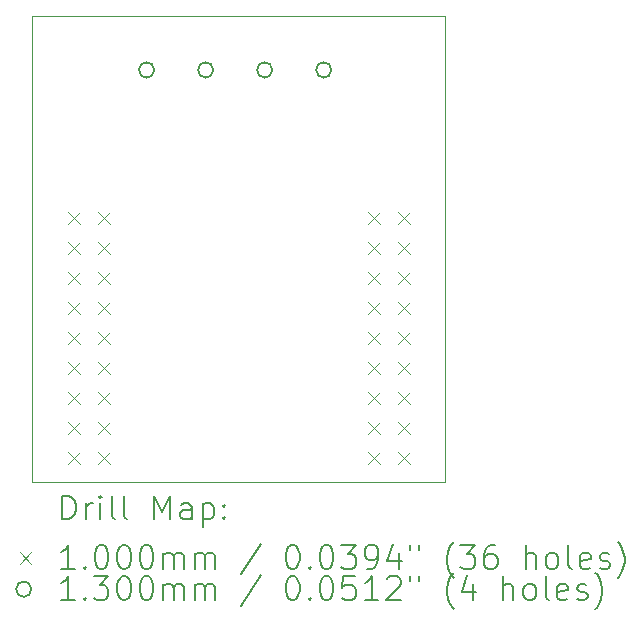
<source format=gbr>
%TF.GenerationSoftware,KiCad,Pcbnew,8.0.5*%
%TF.CreationDate,2024-09-09T20:15:40+02:00*%
%TF.ProjectId,QuinLED-ESP32-Lux,5175696e-4c45-4442-9d45-535033322d4c,rev?*%
%TF.SameCoordinates,Original*%
%TF.FileFunction,Drillmap*%
%TF.FilePolarity,Positive*%
%FSLAX45Y45*%
G04 Gerber Fmt 4.5, Leading zero omitted, Abs format (unit mm)*
G04 Created by KiCad (PCBNEW 8.0.5) date 2024-09-09 20:15:40*
%MOMM*%
%LPD*%
G01*
G04 APERTURE LIST*
%ADD10C,0.100000*%
%ADD11C,0.200000*%
%ADD12C,0.130000*%
G04 APERTURE END LIST*
D10*
X12446000Y-6150076D02*
X15946000Y-6150076D01*
X15946000Y-10096000D01*
X12446000Y-10096000D01*
X12446000Y-6150076D01*
D11*
D10*
X12754079Y-7814053D02*
X12854079Y-7914053D01*
X12854079Y-7814053D02*
X12754079Y-7914053D01*
X12754079Y-8068053D02*
X12854079Y-8168053D01*
X12854079Y-8068053D02*
X12754079Y-8168053D01*
X12754079Y-8322053D02*
X12854079Y-8422053D01*
X12854079Y-8322053D02*
X12754079Y-8422053D01*
X12754079Y-8576053D02*
X12854079Y-8676053D01*
X12854079Y-8576053D02*
X12754079Y-8676053D01*
X12754079Y-8830053D02*
X12854079Y-8930053D01*
X12854079Y-8830053D02*
X12754079Y-8930053D01*
X12754079Y-9084053D02*
X12854079Y-9184053D01*
X12854079Y-9084053D02*
X12754079Y-9184053D01*
X12754079Y-9338053D02*
X12854079Y-9438053D01*
X12854079Y-9338053D02*
X12754079Y-9438053D01*
X12754079Y-9592053D02*
X12854079Y-9692053D01*
X12854079Y-9592053D02*
X12754079Y-9692053D01*
X12754079Y-9846053D02*
X12854079Y-9946053D01*
X12854079Y-9846053D02*
X12754079Y-9946053D01*
X13008079Y-7814053D02*
X13108079Y-7914053D01*
X13108079Y-7814053D02*
X13008079Y-7914053D01*
X13008079Y-8068053D02*
X13108079Y-8168053D01*
X13108079Y-8068053D02*
X13008079Y-8168053D01*
X13008079Y-8322053D02*
X13108079Y-8422053D01*
X13108079Y-8322053D02*
X13008079Y-8422053D01*
X13008079Y-8576053D02*
X13108079Y-8676053D01*
X13108079Y-8576053D02*
X13008079Y-8676053D01*
X13008079Y-8830053D02*
X13108079Y-8930053D01*
X13108079Y-8830053D02*
X13008079Y-8930053D01*
X13008079Y-9084053D02*
X13108079Y-9184053D01*
X13108079Y-9084053D02*
X13008079Y-9184053D01*
X13008079Y-9338053D02*
X13108079Y-9438053D01*
X13108079Y-9338053D02*
X13008079Y-9438053D01*
X13008079Y-9592053D02*
X13108079Y-9692053D01*
X13108079Y-9592053D02*
X13008079Y-9692053D01*
X13008079Y-9846053D02*
X13108079Y-9946053D01*
X13108079Y-9846053D02*
X13008079Y-9946053D01*
X15294079Y-7814053D02*
X15394079Y-7914053D01*
X15394079Y-7814053D02*
X15294079Y-7914053D01*
X15294079Y-8068053D02*
X15394079Y-8168053D01*
X15394079Y-8068053D02*
X15294079Y-8168053D01*
X15294079Y-8322053D02*
X15394079Y-8422053D01*
X15394079Y-8322053D02*
X15294079Y-8422053D01*
X15294079Y-8576053D02*
X15394079Y-8676053D01*
X15394079Y-8576053D02*
X15294079Y-8676053D01*
X15294079Y-8830053D02*
X15394079Y-8930053D01*
X15394079Y-8830053D02*
X15294079Y-8930053D01*
X15294079Y-9084053D02*
X15394079Y-9184053D01*
X15394079Y-9084053D02*
X15294079Y-9184053D01*
X15294079Y-9338053D02*
X15394079Y-9438053D01*
X15394079Y-9338053D02*
X15294079Y-9438053D01*
X15294079Y-9592053D02*
X15394079Y-9692053D01*
X15394079Y-9592053D02*
X15294079Y-9692053D01*
X15294079Y-9846053D02*
X15394079Y-9946053D01*
X15394079Y-9846053D02*
X15294079Y-9946053D01*
X15548079Y-7814053D02*
X15648079Y-7914053D01*
X15648079Y-7814053D02*
X15548079Y-7914053D01*
X15548079Y-8068053D02*
X15648079Y-8168053D01*
X15648079Y-8068053D02*
X15548079Y-8168053D01*
X15548079Y-8322053D02*
X15648079Y-8422053D01*
X15648079Y-8322053D02*
X15548079Y-8422053D01*
X15548079Y-8576053D02*
X15648079Y-8676053D01*
X15648079Y-8576053D02*
X15548079Y-8676053D01*
X15548079Y-8830053D02*
X15648079Y-8930053D01*
X15648079Y-8830053D02*
X15548079Y-8930053D01*
X15548079Y-9084053D02*
X15648079Y-9184053D01*
X15648079Y-9084053D02*
X15548079Y-9184053D01*
X15548079Y-9338053D02*
X15648079Y-9438053D01*
X15648079Y-9338053D02*
X15548079Y-9438053D01*
X15548079Y-9592053D02*
X15648079Y-9692053D01*
X15648079Y-9592053D02*
X15548079Y-9692053D01*
X15548079Y-9846053D02*
X15648079Y-9946053D01*
X15648079Y-9846053D02*
X15548079Y-9946053D01*
D12*
X13481101Y-6609142D02*
G75*
G02*
X13351101Y-6609142I-65000J0D01*
G01*
X13351101Y-6609142D02*
G75*
G02*
X13481101Y-6609142I65000J0D01*
G01*
X13981101Y-6609142D02*
G75*
G02*
X13851101Y-6609142I-65000J0D01*
G01*
X13851101Y-6609142D02*
G75*
G02*
X13981101Y-6609142I65000J0D01*
G01*
X14481101Y-6609142D02*
G75*
G02*
X14351101Y-6609142I-65000J0D01*
G01*
X14351101Y-6609142D02*
G75*
G02*
X14481101Y-6609142I65000J0D01*
G01*
X14981101Y-6609142D02*
G75*
G02*
X14851101Y-6609142I-65000J0D01*
G01*
X14851101Y-6609142D02*
G75*
G02*
X14981101Y-6609142I65000J0D01*
G01*
D11*
X12701777Y-10412484D02*
X12701777Y-10212484D01*
X12701777Y-10212484D02*
X12749396Y-10212484D01*
X12749396Y-10212484D02*
X12777967Y-10222008D01*
X12777967Y-10222008D02*
X12797015Y-10241055D01*
X12797015Y-10241055D02*
X12806539Y-10260103D01*
X12806539Y-10260103D02*
X12816062Y-10298198D01*
X12816062Y-10298198D02*
X12816062Y-10326770D01*
X12816062Y-10326770D02*
X12806539Y-10364865D01*
X12806539Y-10364865D02*
X12797015Y-10383912D01*
X12797015Y-10383912D02*
X12777967Y-10402960D01*
X12777967Y-10402960D02*
X12749396Y-10412484D01*
X12749396Y-10412484D02*
X12701777Y-10412484D01*
X12901777Y-10412484D02*
X12901777Y-10279150D01*
X12901777Y-10317246D02*
X12911301Y-10298198D01*
X12911301Y-10298198D02*
X12920824Y-10288674D01*
X12920824Y-10288674D02*
X12939872Y-10279150D01*
X12939872Y-10279150D02*
X12958920Y-10279150D01*
X13025586Y-10412484D02*
X13025586Y-10279150D01*
X13025586Y-10212484D02*
X13016062Y-10222008D01*
X13016062Y-10222008D02*
X13025586Y-10231531D01*
X13025586Y-10231531D02*
X13035110Y-10222008D01*
X13035110Y-10222008D02*
X13025586Y-10212484D01*
X13025586Y-10212484D02*
X13025586Y-10231531D01*
X13149396Y-10412484D02*
X13130348Y-10402960D01*
X13130348Y-10402960D02*
X13120824Y-10383912D01*
X13120824Y-10383912D02*
X13120824Y-10212484D01*
X13254158Y-10412484D02*
X13235110Y-10402960D01*
X13235110Y-10402960D02*
X13225586Y-10383912D01*
X13225586Y-10383912D02*
X13225586Y-10212484D01*
X13482729Y-10412484D02*
X13482729Y-10212484D01*
X13482729Y-10212484D02*
X13549396Y-10355341D01*
X13549396Y-10355341D02*
X13616062Y-10212484D01*
X13616062Y-10212484D02*
X13616062Y-10412484D01*
X13797015Y-10412484D02*
X13797015Y-10307722D01*
X13797015Y-10307722D02*
X13787491Y-10288674D01*
X13787491Y-10288674D02*
X13768443Y-10279150D01*
X13768443Y-10279150D02*
X13730348Y-10279150D01*
X13730348Y-10279150D02*
X13711301Y-10288674D01*
X13797015Y-10402960D02*
X13777967Y-10412484D01*
X13777967Y-10412484D02*
X13730348Y-10412484D01*
X13730348Y-10412484D02*
X13711301Y-10402960D01*
X13711301Y-10402960D02*
X13701777Y-10383912D01*
X13701777Y-10383912D02*
X13701777Y-10364865D01*
X13701777Y-10364865D02*
X13711301Y-10345817D01*
X13711301Y-10345817D02*
X13730348Y-10336293D01*
X13730348Y-10336293D02*
X13777967Y-10336293D01*
X13777967Y-10336293D02*
X13797015Y-10326770D01*
X13892253Y-10279150D02*
X13892253Y-10479150D01*
X13892253Y-10288674D02*
X13911301Y-10279150D01*
X13911301Y-10279150D02*
X13949396Y-10279150D01*
X13949396Y-10279150D02*
X13968443Y-10288674D01*
X13968443Y-10288674D02*
X13977967Y-10298198D01*
X13977967Y-10298198D02*
X13987491Y-10317246D01*
X13987491Y-10317246D02*
X13987491Y-10374389D01*
X13987491Y-10374389D02*
X13977967Y-10393436D01*
X13977967Y-10393436D02*
X13968443Y-10402960D01*
X13968443Y-10402960D02*
X13949396Y-10412484D01*
X13949396Y-10412484D02*
X13911301Y-10412484D01*
X13911301Y-10412484D02*
X13892253Y-10402960D01*
X14073205Y-10393436D02*
X14082729Y-10402960D01*
X14082729Y-10402960D02*
X14073205Y-10412484D01*
X14073205Y-10412484D02*
X14063682Y-10402960D01*
X14063682Y-10402960D02*
X14073205Y-10393436D01*
X14073205Y-10393436D02*
X14073205Y-10412484D01*
X14073205Y-10288674D02*
X14082729Y-10298198D01*
X14082729Y-10298198D02*
X14073205Y-10307722D01*
X14073205Y-10307722D02*
X14063682Y-10298198D01*
X14063682Y-10298198D02*
X14073205Y-10288674D01*
X14073205Y-10288674D02*
X14073205Y-10307722D01*
D10*
X12341000Y-10691000D02*
X12441000Y-10791000D01*
X12441000Y-10691000D02*
X12341000Y-10791000D01*
D11*
X12806539Y-10832484D02*
X12692253Y-10832484D01*
X12749396Y-10832484D02*
X12749396Y-10632484D01*
X12749396Y-10632484D02*
X12730348Y-10661055D01*
X12730348Y-10661055D02*
X12711301Y-10680103D01*
X12711301Y-10680103D02*
X12692253Y-10689627D01*
X12892253Y-10813436D02*
X12901777Y-10822960D01*
X12901777Y-10822960D02*
X12892253Y-10832484D01*
X12892253Y-10832484D02*
X12882729Y-10822960D01*
X12882729Y-10822960D02*
X12892253Y-10813436D01*
X12892253Y-10813436D02*
X12892253Y-10832484D01*
X13025586Y-10632484D02*
X13044634Y-10632484D01*
X13044634Y-10632484D02*
X13063682Y-10642008D01*
X13063682Y-10642008D02*
X13073205Y-10651531D01*
X13073205Y-10651531D02*
X13082729Y-10670579D01*
X13082729Y-10670579D02*
X13092253Y-10708674D01*
X13092253Y-10708674D02*
X13092253Y-10756293D01*
X13092253Y-10756293D02*
X13082729Y-10794389D01*
X13082729Y-10794389D02*
X13073205Y-10813436D01*
X13073205Y-10813436D02*
X13063682Y-10822960D01*
X13063682Y-10822960D02*
X13044634Y-10832484D01*
X13044634Y-10832484D02*
X13025586Y-10832484D01*
X13025586Y-10832484D02*
X13006539Y-10822960D01*
X13006539Y-10822960D02*
X12997015Y-10813436D01*
X12997015Y-10813436D02*
X12987491Y-10794389D01*
X12987491Y-10794389D02*
X12977967Y-10756293D01*
X12977967Y-10756293D02*
X12977967Y-10708674D01*
X12977967Y-10708674D02*
X12987491Y-10670579D01*
X12987491Y-10670579D02*
X12997015Y-10651531D01*
X12997015Y-10651531D02*
X13006539Y-10642008D01*
X13006539Y-10642008D02*
X13025586Y-10632484D01*
X13216062Y-10632484D02*
X13235110Y-10632484D01*
X13235110Y-10632484D02*
X13254158Y-10642008D01*
X13254158Y-10642008D02*
X13263682Y-10651531D01*
X13263682Y-10651531D02*
X13273205Y-10670579D01*
X13273205Y-10670579D02*
X13282729Y-10708674D01*
X13282729Y-10708674D02*
X13282729Y-10756293D01*
X13282729Y-10756293D02*
X13273205Y-10794389D01*
X13273205Y-10794389D02*
X13263682Y-10813436D01*
X13263682Y-10813436D02*
X13254158Y-10822960D01*
X13254158Y-10822960D02*
X13235110Y-10832484D01*
X13235110Y-10832484D02*
X13216062Y-10832484D01*
X13216062Y-10832484D02*
X13197015Y-10822960D01*
X13197015Y-10822960D02*
X13187491Y-10813436D01*
X13187491Y-10813436D02*
X13177967Y-10794389D01*
X13177967Y-10794389D02*
X13168443Y-10756293D01*
X13168443Y-10756293D02*
X13168443Y-10708674D01*
X13168443Y-10708674D02*
X13177967Y-10670579D01*
X13177967Y-10670579D02*
X13187491Y-10651531D01*
X13187491Y-10651531D02*
X13197015Y-10642008D01*
X13197015Y-10642008D02*
X13216062Y-10632484D01*
X13406539Y-10632484D02*
X13425586Y-10632484D01*
X13425586Y-10632484D02*
X13444634Y-10642008D01*
X13444634Y-10642008D02*
X13454158Y-10651531D01*
X13454158Y-10651531D02*
X13463682Y-10670579D01*
X13463682Y-10670579D02*
X13473205Y-10708674D01*
X13473205Y-10708674D02*
X13473205Y-10756293D01*
X13473205Y-10756293D02*
X13463682Y-10794389D01*
X13463682Y-10794389D02*
X13454158Y-10813436D01*
X13454158Y-10813436D02*
X13444634Y-10822960D01*
X13444634Y-10822960D02*
X13425586Y-10832484D01*
X13425586Y-10832484D02*
X13406539Y-10832484D01*
X13406539Y-10832484D02*
X13387491Y-10822960D01*
X13387491Y-10822960D02*
X13377967Y-10813436D01*
X13377967Y-10813436D02*
X13368443Y-10794389D01*
X13368443Y-10794389D02*
X13358920Y-10756293D01*
X13358920Y-10756293D02*
X13358920Y-10708674D01*
X13358920Y-10708674D02*
X13368443Y-10670579D01*
X13368443Y-10670579D02*
X13377967Y-10651531D01*
X13377967Y-10651531D02*
X13387491Y-10642008D01*
X13387491Y-10642008D02*
X13406539Y-10632484D01*
X13558920Y-10832484D02*
X13558920Y-10699150D01*
X13558920Y-10718198D02*
X13568443Y-10708674D01*
X13568443Y-10708674D02*
X13587491Y-10699150D01*
X13587491Y-10699150D02*
X13616063Y-10699150D01*
X13616063Y-10699150D02*
X13635110Y-10708674D01*
X13635110Y-10708674D02*
X13644634Y-10727722D01*
X13644634Y-10727722D02*
X13644634Y-10832484D01*
X13644634Y-10727722D02*
X13654158Y-10708674D01*
X13654158Y-10708674D02*
X13673205Y-10699150D01*
X13673205Y-10699150D02*
X13701777Y-10699150D01*
X13701777Y-10699150D02*
X13720824Y-10708674D01*
X13720824Y-10708674D02*
X13730348Y-10727722D01*
X13730348Y-10727722D02*
X13730348Y-10832484D01*
X13825586Y-10832484D02*
X13825586Y-10699150D01*
X13825586Y-10718198D02*
X13835110Y-10708674D01*
X13835110Y-10708674D02*
X13854158Y-10699150D01*
X13854158Y-10699150D02*
X13882729Y-10699150D01*
X13882729Y-10699150D02*
X13901777Y-10708674D01*
X13901777Y-10708674D02*
X13911301Y-10727722D01*
X13911301Y-10727722D02*
X13911301Y-10832484D01*
X13911301Y-10727722D02*
X13920824Y-10708674D01*
X13920824Y-10708674D02*
X13939872Y-10699150D01*
X13939872Y-10699150D02*
X13968443Y-10699150D01*
X13968443Y-10699150D02*
X13987491Y-10708674D01*
X13987491Y-10708674D02*
X13997015Y-10727722D01*
X13997015Y-10727722D02*
X13997015Y-10832484D01*
X14387491Y-10622960D02*
X14216063Y-10880103D01*
X14644634Y-10632484D02*
X14663682Y-10632484D01*
X14663682Y-10632484D02*
X14682729Y-10642008D01*
X14682729Y-10642008D02*
X14692253Y-10651531D01*
X14692253Y-10651531D02*
X14701777Y-10670579D01*
X14701777Y-10670579D02*
X14711301Y-10708674D01*
X14711301Y-10708674D02*
X14711301Y-10756293D01*
X14711301Y-10756293D02*
X14701777Y-10794389D01*
X14701777Y-10794389D02*
X14692253Y-10813436D01*
X14692253Y-10813436D02*
X14682729Y-10822960D01*
X14682729Y-10822960D02*
X14663682Y-10832484D01*
X14663682Y-10832484D02*
X14644634Y-10832484D01*
X14644634Y-10832484D02*
X14625586Y-10822960D01*
X14625586Y-10822960D02*
X14616063Y-10813436D01*
X14616063Y-10813436D02*
X14606539Y-10794389D01*
X14606539Y-10794389D02*
X14597015Y-10756293D01*
X14597015Y-10756293D02*
X14597015Y-10708674D01*
X14597015Y-10708674D02*
X14606539Y-10670579D01*
X14606539Y-10670579D02*
X14616063Y-10651531D01*
X14616063Y-10651531D02*
X14625586Y-10642008D01*
X14625586Y-10642008D02*
X14644634Y-10632484D01*
X14797015Y-10813436D02*
X14806539Y-10822960D01*
X14806539Y-10822960D02*
X14797015Y-10832484D01*
X14797015Y-10832484D02*
X14787491Y-10822960D01*
X14787491Y-10822960D02*
X14797015Y-10813436D01*
X14797015Y-10813436D02*
X14797015Y-10832484D01*
X14930348Y-10632484D02*
X14949396Y-10632484D01*
X14949396Y-10632484D02*
X14968444Y-10642008D01*
X14968444Y-10642008D02*
X14977967Y-10651531D01*
X14977967Y-10651531D02*
X14987491Y-10670579D01*
X14987491Y-10670579D02*
X14997015Y-10708674D01*
X14997015Y-10708674D02*
X14997015Y-10756293D01*
X14997015Y-10756293D02*
X14987491Y-10794389D01*
X14987491Y-10794389D02*
X14977967Y-10813436D01*
X14977967Y-10813436D02*
X14968444Y-10822960D01*
X14968444Y-10822960D02*
X14949396Y-10832484D01*
X14949396Y-10832484D02*
X14930348Y-10832484D01*
X14930348Y-10832484D02*
X14911301Y-10822960D01*
X14911301Y-10822960D02*
X14901777Y-10813436D01*
X14901777Y-10813436D02*
X14892253Y-10794389D01*
X14892253Y-10794389D02*
X14882729Y-10756293D01*
X14882729Y-10756293D02*
X14882729Y-10708674D01*
X14882729Y-10708674D02*
X14892253Y-10670579D01*
X14892253Y-10670579D02*
X14901777Y-10651531D01*
X14901777Y-10651531D02*
X14911301Y-10642008D01*
X14911301Y-10642008D02*
X14930348Y-10632484D01*
X15063682Y-10632484D02*
X15187491Y-10632484D01*
X15187491Y-10632484D02*
X15120825Y-10708674D01*
X15120825Y-10708674D02*
X15149396Y-10708674D01*
X15149396Y-10708674D02*
X15168444Y-10718198D01*
X15168444Y-10718198D02*
X15177967Y-10727722D01*
X15177967Y-10727722D02*
X15187491Y-10746770D01*
X15187491Y-10746770D02*
X15187491Y-10794389D01*
X15187491Y-10794389D02*
X15177967Y-10813436D01*
X15177967Y-10813436D02*
X15168444Y-10822960D01*
X15168444Y-10822960D02*
X15149396Y-10832484D01*
X15149396Y-10832484D02*
X15092253Y-10832484D01*
X15092253Y-10832484D02*
X15073206Y-10822960D01*
X15073206Y-10822960D02*
X15063682Y-10813436D01*
X15282729Y-10832484D02*
X15320825Y-10832484D01*
X15320825Y-10832484D02*
X15339872Y-10822960D01*
X15339872Y-10822960D02*
X15349396Y-10813436D01*
X15349396Y-10813436D02*
X15368444Y-10784865D01*
X15368444Y-10784865D02*
X15377967Y-10746770D01*
X15377967Y-10746770D02*
X15377967Y-10670579D01*
X15377967Y-10670579D02*
X15368444Y-10651531D01*
X15368444Y-10651531D02*
X15358920Y-10642008D01*
X15358920Y-10642008D02*
X15339872Y-10632484D01*
X15339872Y-10632484D02*
X15301777Y-10632484D01*
X15301777Y-10632484D02*
X15282729Y-10642008D01*
X15282729Y-10642008D02*
X15273206Y-10651531D01*
X15273206Y-10651531D02*
X15263682Y-10670579D01*
X15263682Y-10670579D02*
X15263682Y-10718198D01*
X15263682Y-10718198D02*
X15273206Y-10737246D01*
X15273206Y-10737246D02*
X15282729Y-10746770D01*
X15282729Y-10746770D02*
X15301777Y-10756293D01*
X15301777Y-10756293D02*
X15339872Y-10756293D01*
X15339872Y-10756293D02*
X15358920Y-10746770D01*
X15358920Y-10746770D02*
X15368444Y-10737246D01*
X15368444Y-10737246D02*
X15377967Y-10718198D01*
X15549396Y-10699150D02*
X15549396Y-10832484D01*
X15501777Y-10622960D02*
X15454158Y-10765817D01*
X15454158Y-10765817D02*
X15577967Y-10765817D01*
X15644634Y-10632484D02*
X15644634Y-10670579D01*
X15720825Y-10632484D02*
X15720825Y-10670579D01*
X16016063Y-10908674D02*
X16006539Y-10899150D01*
X16006539Y-10899150D02*
X15987491Y-10870579D01*
X15987491Y-10870579D02*
X15977968Y-10851531D01*
X15977968Y-10851531D02*
X15968444Y-10822960D01*
X15968444Y-10822960D02*
X15958920Y-10775341D01*
X15958920Y-10775341D02*
X15958920Y-10737246D01*
X15958920Y-10737246D02*
X15968444Y-10689627D01*
X15968444Y-10689627D02*
X15977968Y-10661055D01*
X15977968Y-10661055D02*
X15987491Y-10642008D01*
X15987491Y-10642008D02*
X16006539Y-10613436D01*
X16006539Y-10613436D02*
X16016063Y-10603912D01*
X16073206Y-10632484D02*
X16197015Y-10632484D01*
X16197015Y-10632484D02*
X16130348Y-10708674D01*
X16130348Y-10708674D02*
X16158920Y-10708674D01*
X16158920Y-10708674D02*
X16177968Y-10718198D01*
X16177968Y-10718198D02*
X16187491Y-10727722D01*
X16187491Y-10727722D02*
X16197015Y-10746770D01*
X16197015Y-10746770D02*
X16197015Y-10794389D01*
X16197015Y-10794389D02*
X16187491Y-10813436D01*
X16187491Y-10813436D02*
X16177968Y-10822960D01*
X16177968Y-10822960D02*
X16158920Y-10832484D01*
X16158920Y-10832484D02*
X16101777Y-10832484D01*
X16101777Y-10832484D02*
X16082729Y-10822960D01*
X16082729Y-10822960D02*
X16073206Y-10813436D01*
X16368444Y-10632484D02*
X16330348Y-10632484D01*
X16330348Y-10632484D02*
X16311301Y-10642008D01*
X16311301Y-10642008D02*
X16301777Y-10651531D01*
X16301777Y-10651531D02*
X16282729Y-10680103D01*
X16282729Y-10680103D02*
X16273206Y-10718198D01*
X16273206Y-10718198D02*
X16273206Y-10794389D01*
X16273206Y-10794389D02*
X16282729Y-10813436D01*
X16282729Y-10813436D02*
X16292253Y-10822960D01*
X16292253Y-10822960D02*
X16311301Y-10832484D01*
X16311301Y-10832484D02*
X16349396Y-10832484D01*
X16349396Y-10832484D02*
X16368444Y-10822960D01*
X16368444Y-10822960D02*
X16377968Y-10813436D01*
X16377968Y-10813436D02*
X16387491Y-10794389D01*
X16387491Y-10794389D02*
X16387491Y-10746770D01*
X16387491Y-10746770D02*
X16377968Y-10727722D01*
X16377968Y-10727722D02*
X16368444Y-10718198D01*
X16368444Y-10718198D02*
X16349396Y-10708674D01*
X16349396Y-10708674D02*
X16311301Y-10708674D01*
X16311301Y-10708674D02*
X16292253Y-10718198D01*
X16292253Y-10718198D02*
X16282729Y-10727722D01*
X16282729Y-10727722D02*
X16273206Y-10746770D01*
X16625587Y-10832484D02*
X16625587Y-10632484D01*
X16711301Y-10832484D02*
X16711301Y-10727722D01*
X16711301Y-10727722D02*
X16701777Y-10708674D01*
X16701777Y-10708674D02*
X16682730Y-10699150D01*
X16682730Y-10699150D02*
X16654158Y-10699150D01*
X16654158Y-10699150D02*
X16635110Y-10708674D01*
X16635110Y-10708674D02*
X16625587Y-10718198D01*
X16835111Y-10832484D02*
X16816063Y-10822960D01*
X16816063Y-10822960D02*
X16806539Y-10813436D01*
X16806539Y-10813436D02*
X16797015Y-10794389D01*
X16797015Y-10794389D02*
X16797015Y-10737246D01*
X16797015Y-10737246D02*
X16806539Y-10718198D01*
X16806539Y-10718198D02*
X16816063Y-10708674D01*
X16816063Y-10708674D02*
X16835111Y-10699150D01*
X16835111Y-10699150D02*
X16863682Y-10699150D01*
X16863682Y-10699150D02*
X16882730Y-10708674D01*
X16882730Y-10708674D02*
X16892253Y-10718198D01*
X16892253Y-10718198D02*
X16901777Y-10737246D01*
X16901777Y-10737246D02*
X16901777Y-10794389D01*
X16901777Y-10794389D02*
X16892253Y-10813436D01*
X16892253Y-10813436D02*
X16882730Y-10822960D01*
X16882730Y-10822960D02*
X16863682Y-10832484D01*
X16863682Y-10832484D02*
X16835111Y-10832484D01*
X17016063Y-10832484D02*
X16997015Y-10822960D01*
X16997015Y-10822960D02*
X16987492Y-10803912D01*
X16987492Y-10803912D02*
X16987492Y-10632484D01*
X17168444Y-10822960D02*
X17149396Y-10832484D01*
X17149396Y-10832484D02*
X17111301Y-10832484D01*
X17111301Y-10832484D02*
X17092253Y-10822960D01*
X17092253Y-10822960D02*
X17082730Y-10803912D01*
X17082730Y-10803912D02*
X17082730Y-10727722D01*
X17082730Y-10727722D02*
X17092253Y-10708674D01*
X17092253Y-10708674D02*
X17111301Y-10699150D01*
X17111301Y-10699150D02*
X17149396Y-10699150D01*
X17149396Y-10699150D02*
X17168444Y-10708674D01*
X17168444Y-10708674D02*
X17177968Y-10727722D01*
X17177968Y-10727722D02*
X17177968Y-10746770D01*
X17177968Y-10746770D02*
X17082730Y-10765817D01*
X17254158Y-10822960D02*
X17273206Y-10832484D01*
X17273206Y-10832484D02*
X17311301Y-10832484D01*
X17311301Y-10832484D02*
X17330349Y-10822960D01*
X17330349Y-10822960D02*
X17339873Y-10803912D01*
X17339873Y-10803912D02*
X17339873Y-10794389D01*
X17339873Y-10794389D02*
X17330349Y-10775341D01*
X17330349Y-10775341D02*
X17311301Y-10765817D01*
X17311301Y-10765817D02*
X17282730Y-10765817D01*
X17282730Y-10765817D02*
X17263682Y-10756293D01*
X17263682Y-10756293D02*
X17254158Y-10737246D01*
X17254158Y-10737246D02*
X17254158Y-10727722D01*
X17254158Y-10727722D02*
X17263682Y-10708674D01*
X17263682Y-10708674D02*
X17282730Y-10699150D01*
X17282730Y-10699150D02*
X17311301Y-10699150D01*
X17311301Y-10699150D02*
X17330349Y-10708674D01*
X17406539Y-10908674D02*
X17416063Y-10899150D01*
X17416063Y-10899150D02*
X17435111Y-10870579D01*
X17435111Y-10870579D02*
X17444634Y-10851531D01*
X17444634Y-10851531D02*
X17454158Y-10822960D01*
X17454158Y-10822960D02*
X17463682Y-10775341D01*
X17463682Y-10775341D02*
X17463682Y-10737246D01*
X17463682Y-10737246D02*
X17454158Y-10689627D01*
X17454158Y-10689627D02*
X17444634Y-10661055D01*
X17444634Y-10661055D02*
X17435111Y-10642008D01*
X17435111Y-10642008D02*
X17416063Y-10613436D01*
X17416063Y-10613436D02*
X17406539Y-10603912D01*
D12*
X12441000Y-11005000D02*
G75*
G02*
X12311000Y-11005000I-65000J0D01*
G01*
X12311000Y-11005000D02*
G75*
G02*
X12441000Y-11005000I65000J0D01*
G01*
D11*
X12806539Y-11096484D02*
X12692253Y-11096484D01*
X12749396Y-11096484D02*
X12749396Y-10896484D01*
X12749396Y-10896484D02*
X12730348Y-10925055D01*
X12730348Y-10925055D02*
X12711301Y-10944103D01*
X12711301Y-10944103D02*
X12692253Y-10953627D01*
X12892253Y-11077436D02*
X12901777Y-11086960D01*
X12901777Y-11086960D02*
X12892253Y-11096484D01*
X12892253Y-11096484D02*
X12882729Y-11086960D01*
X12882729Y-11086960D02*
X12892253Y-11077436D01*
X12892253Y-11077436D02*
X12892253Y-11096484D01*
X12968443Y-10896484D02*
X13092253Y-10896484D01*
X13092253Y-10896484D02*
X13025586Y-10972674D01*
X13025586Y-10972674D02*
X13054158Y-10972674D01*
X13054158Y-10972674D02*
X13073205Y-10982198D01*
X13073205Y-10982198D02*
X13082729Y-10991722D01*
X13082729Y-10991722D02*
X13092253Y-11010770D01*
X13092253Y-11010770D02*
X13092253Y-11058389D01*
X13092253Y-11058389D02*
X13082729Y-11077436D01*
X13082729Y-11077436D02*
X13073205Y-11086960D01*
X13073205Y-11086960D02*
X13054158Y-11096484D01*
X13054158Y-11096484D02*
X12997015Y-11096484D01*
X12997015Y-11096484D02*
X12977967Y-11086960D01*
X12977967Y-11086960D02*
X12968443Y-11077436D01*
X13216062Y-10896484D02*
X13235110Y-10896484D01*
X13235110Y-10896484D02*
X13254158Y-10906008D01*
X13254158Y-10906008D02*
X13263682Y-10915531D01*
X13263682Y-10915531D02*
X13273205Y-10934579D01*
X13273205Y-10934579D02*
X13282729Y-10972674D01*
X13282729Y-10972674D02*
X13282729Y-11020293D01*
X13282729Y-11020293D02*
X13273205Y-11058389D01*
X13273205Y-11058389D02*
X13263682Y-11077436D01*
X13263682Y-11077436D02*
X13254158Y-11086960D01*
X13254158Y-11086960D02*
X13235110Y-11096484D01*
X13235110Y-11096484D02*
X13216062Y-11096484D01*
X13216062Y-11096484D02*
X13197015Y-11086960D01*
X13197015Y-11086960D02*
X13187491Y-11077436D01*
X13187491Y-11077436D02*
X13177967Y-11058389D01*
X13177967Y-11058389D02*
X13168443Y-11020293D01*
X13168443Y-11020293D02*
X13168443Y-10972674D01*
X13168443Y-10972674D02*
X13177967Y-10934579D01*
X13177967Y-10934579D02*
X13187491Y-10915531D01*
X13187491Y-10915531D02*
X13197015Y-10906008D01*
X13197015Y-10906008D02*
X13216062Y-10896484D01*
X13406539Y-10896484D02*
X13425586Y-10896484D01*
X13425586Y-10896484D02*
X13444634Y-10906008D01*
X13444634Y-10906008D02*
X13454158Y-10915531D01*
X13454158Y-10915531D02*
X13463682Y-10934579D01*
X13463682Y-10934579D02*
X13473205Y-10972674D01*
X13473205Y-10972674D02*
X13473205Y-11020293D01*
X13473205Y-11020293D02*
X13463682Y-11058389D01*
X13463682Y-11058389D02*
X13454158Y-11077436D01*
X13454158Y-11077436D02*
X13444634Y-11086960D01*
X13444634Y-11086960D02*
X13425586Y-11096484D01*
X13425586Y-11096484D02*
X13406539Y-11096484D01*
X13406539Y-11096484D02*
X13387491Y-11086960D01*
X13387491Y-11086960D02*
X13377967Y-11077436D01*
X13377967Y-11077436D02*
X13368443Y-11058389D01*
X13368443Y-11058389D02*
X13358920Y-11020293D01*
X13358920Y-11020293D02*
X13358920Y-10972674D01*
X13358920Y-10972674D02*
X13368443Y-10934579D01*
X13368443Y-10934579D02*
X13377967Y-10915531D01*
X13377967Y-10915531D02*
X13387491Y-10906008D01*
X13387491Y-10906008D02*
X13406539Y-10896484D01*
X13558920Y-11096484D02*
X13558920Y-10963150D01*
X13558920Y-10982198D02*
X13568443Y-10972674D01*
X13568443Y-10972674D02*
X13587491Y-10963150D01*
X13587491Y-10963150D02*
X13616063Y-10963150D01*
X13616063Y-10963150D02*
X13635110Y-10972674D01*
X13635110Y-10972674D02*
X13644634Y-10991722D01*
X13644634Y-10991722D02*
X13644634Y-11096484D01*
X13644634Y-10991722D02*
X13654158Y-10972674D01*
X13654158Y-10972674D02*
X13673205Y-10963150D01*
X13673205Y-10963150D02*
X13701777Y-10963150D01*
X13701777Y-10963150D02*
X13720824Y-10972674D01*
X13720824Y-10972674D02*
X13730348Y-10991722D01*
X13730348Y-10991722D02*
X13730348Y-11096484D01*
X13825586Y-11096484D02*
X13825586Y-10963150D01*
X13825586Y-10982198D02*
X13835110Y-10972674D01*
X13835110Y-10972674D02*
X13854158Y-10963150D01*
X13854158Y-10963150D02*
X13882729Y-10963150D01*
X13882729Y-10963150D02*
X13901777Y-10972674D01*
X13901777Y-10972674D02*
X13911301Y-10991722D01*
X13911301Y-10991722D02*
X13911301Y-11096484D01*
X13911301Y-10991722D02*
X13920824Y-10972674D01*
X13920824Y-10972674D02*
X13939872Y-10963150D01*
X13939872Y-10963150D02*
X13968443Y-10963150D01*
X13968443Y-10963150D02*
X13987491Y-10972674D01*
X13987491Y-10972674D02*
X13997015Y-10991722D01*
X13997015Y-10991722D02*
X13997015Y-11096484D01*
X14387491Y-10886960D02*
X14216063Y-11144103D01*
X14644634Y-10896484D02*
X14663682Y-10896484D01*
X14663682Y-10896484D02*
X14682729Y-10906008D01*
X14682729Y-10906008D02*
X14692253Y-10915531D01*
X14692253Y-10915531D02*
X14701777Y-10934579D01*
X14701777Y-10934579D02*
X14711301Y-10972674D01*
X14711301Y-10972674D02*
X14711301Y-11020293D01*
X14711301Y-11020293D02*
X14701777Y-11058389D01*
X14701777Y-11058389D02*
X14692253Y-11077436D01*
X14692253Y-11077436D02*
X14682729Y-11086960D01*
X14682729Y-11086960D02*
X14663682Y-11096484D01*
X14663682Y-11096484D02*
X14644634Y-11096484D01*
X14644634Y-11096484D02*
X14625586Y-11086960D01*
X14625586Y-11086960D02*
X14616063Y-11077436D01*
X14616063Y-11077436D02*
X14606539Y-11058389D01*
X14606539Y-11058389D02*
X14597015Y-11020293D01*
X14597015Y-11020293D02*
X14597015Y-10972674D01*
X14597015Y-10972674D02*
X14606539Y-10934579D01*
X14606539Y-10934579D02*
X14616063Y-10915531D01*
X14616063Y-10915531D02*
X14625586Y-10906008D01*
X14625586Y-10906008D02*
X14644634Y-10896484D01*
X14797015Y-11077436D02*
X14806539Y-11086960D01*
X14806539Y-11086960D02*
X14797015Y-11096484D01*
X14797015Y-11096484D02*
X14787491Y-11086960D01*
X14787491Y-11086960D02*
X14797015Y-11077436D01*
X14797015Y-11077436D02*
X14797015Y-11096484D01*
X14930348Y-10896484D02*
X14949396Y-10896484D01*
X14949396Y-10896484D02*
X14968444Y-10906008D01*
X14968444Y-10906008D02*
X14977967Y-10915531D01*
X14977967Y-10915531D02*
X14987491Y-10934579D01*
X14987491Y-10934579D02*
X14997015Y-10972674D01*
X14997015Y-10972674D02*
X14997015Y-11020293D01*
X14997015Y-11020293D02*
X14987491Y-11058389D01*
X14987491Y-11058389D02*
X14977967Y-11077436D01*
X14977967Y-11077436D02*
X14968444Y-11086960D01*
X14968444Y-11086960D02*
X14949396Y-11096484D01*
X14949396Y-11096484D02*
X14930348Y-11096484D01*
X14930348Y-11096484D02*
X14911301Y-11086960D01*
X14911301Y-11086960D02*
X14901777Y-11077436D01*
X14901777Y-11077436D02*
X14892253Y-11058389D01*
X14892253Y-11058389D02*
X14882729Y-11020293D01*
X14882729Y-11020293D02*
X14882729Y-10972674D01*
X14882729Y-10972674D02*
X14892253Y-10934579D01*
X14892253Y-10934579D02*
X14901777Y-10915531D01*
X14901777Y-10915531D02*
X14911301Y-10906008D01*
X14911301Y-10906008D02*
X14930348Y-10896484D01*
X15177967Y-10896484D02*
X15082729Y-10896484D01*
X15082729Y-10896484D02*
X15073206Y-10991722D01*
X15073206Y-10991722D02*
X15082729Y-10982198D01*
X15082729Y-10982198D02*
X15101777Y-10972674D01*
X15101777Y-10972674D02*
X15149396Y-10972674D01*
X15149396Y-10972674D02*
X15168444Y-10982198D01*
X15168444Y-10982198D02*
X15177967Y-10991722D01*
X15177967Y-10991722D02*
X15187491Y-11010770D01*
X15187491Y-11010770D02*
X15187491Y-11058389D01*
X15187491Y-11058389D02*
X15177967Y-11077436D01*
X15177967Y-11077436D02*
X15168444Y-11086960D01*
X15168444Y-11086960D02*
X15149396Y-11096484D01*
X15149396Y-11096484D02*
X15101777Y-11096484D01*
X15101777Y-11096484D02*
X15082729Y-11086960D01*
X15082729Y-11086960D02*
X15073206Y-11077436D01*
X15377967Y-11096484D02*
X15263682Y-11096484D01*
X15320825Y-11096484D02*
X15320825Y-10896484D01*
X15320825Y-10896484D02*
X15301777Y-10925055D01*
X15301777Y-10925055D02*
X15282729Y-10944103D01*
X15282729Y-10944103D02*
X15263682Y-10953627D01*
X15454158Y-10915531D02*
X15463682Y-10906008D01*
X15463682Y-10906008D02*
X15482729Y-10896484D01*
X15482729Y-10896484D02*
X15530348Y-10896484D01*
X15530348Y-10896484D02*
X15549396Y-10906008D01*
X15549396Y-10906008D02*
X15558920Y-10915531D01*
X15558920Y-10915531D02*
X15568444Y-10934579D01*
X15568444Y-10934579D02*
X15568444Y-10953627D01*
X15568444Y-10953627D02*
X15558920Y-10982198D01*
X15558920Y-10982198D02*
X15444634Y-11096484D01*
X15444634Y-11096484D02*
X15568444Y-11096484D01*
X15644634Y-10896484D02*
X15644634Y-10934579D01*
X15720825Y-10896484D02*
X15720825Y-10934579D01*
X16016063Y-11172674D02*
X16006539Y-11163150D01*
X16006539Y-11163150D02*
X15987491Y-11134579D01*
X15987491Y-11134579D02*
X15977968Y-11115531D01*
X15977968Y-11115531D02*
X15968444Y-11086960D01*
X15968444Y-11086960D02*
X15958920Y-11039341D01*
X15958920Y-11039341D02*
X15958920Y-11001246D01*
X15958920Y-11001246D02*
X15968444Y-10953627D01*
X15968444Y-10953627D02*
X15977968Y-10925055D01*
X15977968Y-10925055D02*
X15987491Y-10906008D01*
X15987491Y-10906008D02*
X16006539Y-10877436D01*
X16006539Y-10877436D02*
X16016063Y-10867912D01*
X16177968Y-10963150D02*
X16177968Y-11096484D01*
X16130348Y-10886960D02*
X16082729Y-11029817D01*
X16082729Y-11029817D02*
X16206539Y-11029817D01*
X16435110Y-11096484D02*
X16435110Y-10896484D01*
X16520825Y-11096484D02*
X16520825Y-10991722D01*
X16520825Y-10991722D02*
X16511301Y-10972674D01*
X16511301Y-10972674D02*
X16492253Y-10963150D01*
X16492253Y-10963150D02*
X16463682Y-10963150D01*
X16463682Y-10963150D02*
X16444634Y-10972674D01*
X16444634Y-10972674D02*
X16435110Y-10982198D01*
X16644634Y-11096484D02*
X16625587Y-11086960D01*
X16625587Y-11086960D02*
X16616063Y-11077436D01*
X16616063Y-11077436D02*
X16606539Y-11058389D01*
X16606539Y-11058389D02*
X16606539Y-11001246D01*
X16606539Y-11001246D02*
X16616063Y-10982198D01*
X16616063Y-10982198D02*
X16625587Y-10972674D01*
X16625587Y-10972674D02*
X16644634Y-10963150D01*
X16644634Y-10963150D02*
X16673206Y-10963150D01*
X16673206Y-10963150D02*
X16692253Y-10972674D01*
X16692253Y-10972674D02*
X16701777Y-10982198D01*
X16701777Y-10982198D02*
X16711301Y-11001246D01*
X16711301Y-11001246D02*
X16711301Y-11058389D01*
X16711301Y-11058389D02*
X16701777Y-11077436D01*
X16701777Y-11077436D02*
X16692253Y-11086960D01*
X16692253Y-11086960D02*
X16673206Y-11096484D01*
X16673206Y-11096484D02*
X16644634Y-11096484D01*
X16825587Y-11096484D02*
X16806539Y-11086960D01*
X16806539Y-11086960D02*
X16797015Y-11067912D01*
X16797015Y-11067912D02*
X16797015Y-10896484D01*
X16977968Y-11086960D02*
X16958920Y-11096484D01*
X16958920Y-11096484D02*
X16920825Y-11096484D01*
X16920825Y-11096484D02*
X16901777Y-11086960D01*
X16901777Y-11086960D02*
X16892253Y-11067912D01*
X16892253Y-11067912D02*
X16892253Y-10991722D01*
X16892253Y-10991722D02*
X16901777Y-10972674D01*
X16901777Y-10972674D02*
X16920825Y-10963150D01*
X16920825Y-10963150D02*
X16958920Y-10963150D01*
X16958920Y-10963150D02*
X16977968Y-10972674D01*
X16977968Y-10972674D02*
X16987492Y-10991722D01*
X16987492Y-10991722D02*
X16987492Y-11010770D01*
X16987492Y-11010770D02*
X16892253Y-11029817D01*
X17063682Y-11086960D02*
X17082730Y-11096484D01*
X17082730Y-11096484D02*
X17120825Y-11096484D01*
X17120825Y-11096484D02*
X17139873Y-11086960D01*
X17139873Y-11086960D02*
X17149396Y-11067912D01*
X17149396Y-11067912D02*
X17149396Y-11058389D01*
X17149396Y-11058389D02*
X17139873Y-11039341D01*
X17139873Y-11039341D02*
X17120825Y-11029817D01*
X17120825Y-11029817D02*
X17092253Y-11029817D01*
X17092253Y-11029817D02*
X17073206Y-11020293D01*
X17073206Y-11020293D02*
X17063682Y-11001246D01*
X17063682Y-11001246D02*
X17063682Y-10991722D01*
X17063682Y-10991722D02*
X17073206Y-10972674D01*
X17073206Y-10972674D02*
X17092253Y-10963150D01*
X17092253Y-10963150D02*
X17120825Y-10963150D01*
X17120825Y-10963150D02*
X17139873Y-10972674D01*
X17216063Y-11172674D02*
X17225587Y-11163150D01*
X17225587Y-11163150D02*
X17244634Y-11134579D01*
X17244634Y-11134579D02*
X17254158Y-11115531D01*
X17254158Y-11115531D02*
X17263682Y-11086960D01*
X17263682Y-11086960D02*
X17273206Y-11039341D01*
X17273206Y-11039341D02*
X17273206Y-11001246D01*
X17273206Y-11001246D02*
X17263682Y-10953627D01*
X17263682Y-10953627D02*
X17254158Y-10925055D01*
X17254158Y-10925055D02*
X17244634Y-10906008D01*
X17244634Y-10906008D02*
X17225587Y-10877436D01*
X17225587Y-10877436D02*
X17216063Y-10867912D01*
M02*

</source>
